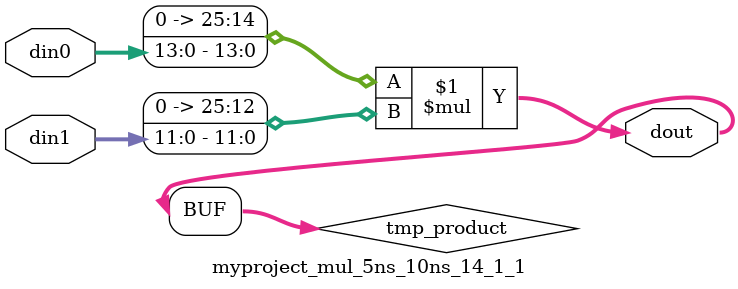
<source format=v>

`timescale 1 ns / 1 ps

 module myproject_mul_5ns_10ns_14_1_1(din0, din1, dout);
parameter ID = 1;
parameter NUM_STAGE = 0;
parameter din0_WIDTH = 14;
parameter din1_WIDTH = 12;
parameter dout_WIDTH = 26;

input [din0_WIDTH - 1 : 0] din0; 
input [din1_WIDTH - 1 : 0] din1; 
output [dout_WIDTH - 1 : 0] dout;

wire signed [dout_WIDTH - 1 : 0] tmp_product;
























assign tmp_product = $signed({1'b0, din0}) * $signed({1'b0, din1});











assign dout = tmp_product;





















endmodule

</source>
